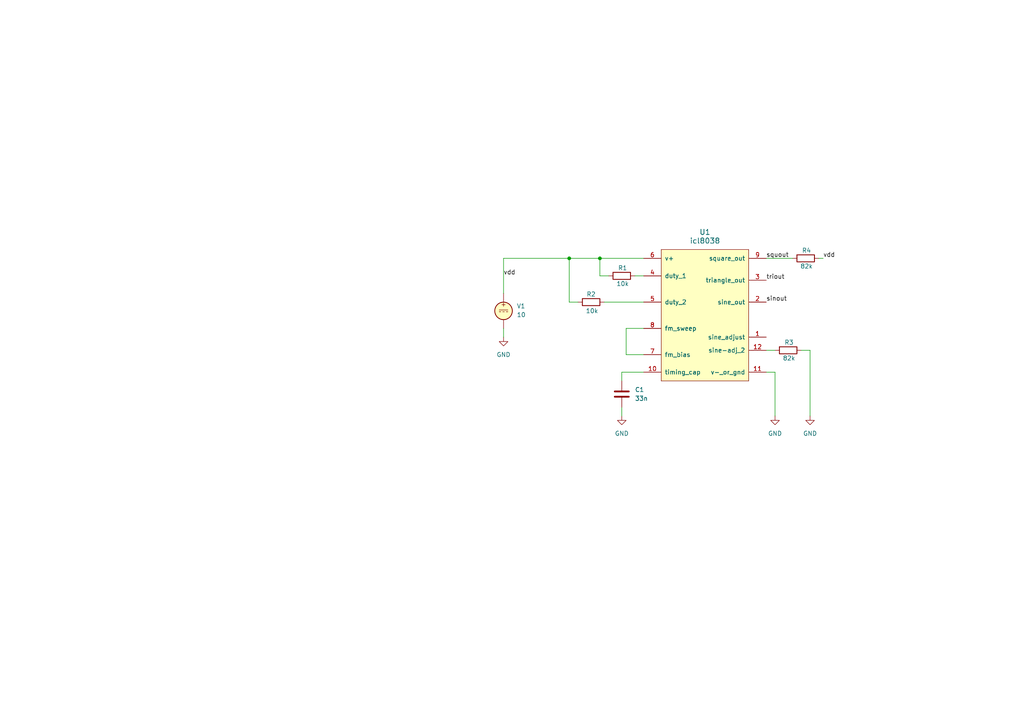
<source format=kicad_sch>
(kicad_sch (version 20231120) (generator "eeschema") (generator_version "8.0")
  (paper "A4")
  (lib_symbols
    (symbol "Device:C" (pin_numbers hide) (pin_names (offset 0.254))
      (property "Reference" "C" (at 0.635 2.54 0))
      (property "Value" "C" (at 0.635 -2.54 0))
      (symbol "C_0_1"
        (polyline (pts (xy -2.032 -0.762) (xy 2.032 -0.762)) (stroke (width 0.508)))
        (polyline (pts (xy -2.032 0.762) (xy 2.032 0.762)) (stroke (width 0.508)))
      )
      (symbol "C_1_1"
        (pin passive line (at 0 3.81 270) (length 2.794) (name "~") (number "1"))
        (pin passive line (at 0 -3.81 90) (length 2.794) (name "~") (number "2"))
      )
    )
    (symbol "Device:R" (pin_numbers hide) (pin_names (offset 0))
      (property "Reference" "R" (at 2.032 0 90))
      (property "Value" "R" (at 0 0 90))
      (symbol "R_0_1"
        (rectangle (start -1.016 -2.54) (end 1.016 2.54) (stroke (width 0.254)))
      )
      (symbol "R_1_1"
        (pin passive line (at 0 3.81 270) (length 1.27) (name "~") (number "1"))
        (pin passive line (at 0 -3.81 90) (length 1.27) (name "~") (number "2"))
      )
    )
    (symbol "Simulation_SPICE:VDC" (pin_numbers hide) (pin_names (offset 0.0254))
      (property "Reference" "V" (at 2.54 2.54 0))
      (property "Value" "1" (at 2.54 0 0))
      (symbol "VDC_0_0"
        (polyline (pts (xy -1.27 0.254) (xy 1.27 0.254)))
        (polyline (pts (xy -0.762 -0.254) (xy -1.27 -0.254)))
        (polyline (pts (xy 0.254 -0.254) (xy -0.254 -0.254)))
        (polyline (pts (xy 1.27 -0.254) (xy 0.762 -0.254)))
        (text "+" (at 0 1.905 0) (effects (font (size 1.27 1.27))))
      )
      (symbol "VDC_0_1"
        (circle (center 0 0) (radius 2.54) (stroke (width 0.254)) (fill (type background)))
      )
      (symbol "VDC_1_1"
        (pin passive line (at 0 5.08 270) (length 2.54) (name "~") (number "1"))
        (pin passive line (at 0 -5.08 90) (length 2.54) (name "~") (number "2"))
      )
    )
    (symbol "icl8038:icl8038" (pin_names (offset 1.016))
      (property "Reference" "U" (at 0 20.32 0))
      (property "Value" "icl8038" (at 0 -21.59 0))
      (symbol "icl8038_0_1"
        (rectangle (start 12.7 -20.32) (end -12.7 17.78) (fill (type background)))
      )
      (symbol "icl8038_1_1"
        (pin passive line (at 17.78 -7.62 180) (length 5.08) (name "sine_adjust") (number "1"))
        (pin passive line (at -17.78 -17.78 0) (length 5.08) (name "timing_cap") (number "10"))
        (pin power_in line (at 17.78 -17.78 180) (length 5.08) (name "v-_or_gnd") (number "11"))
        (pin passive line (at 17.78 -11.43 180) (length 5.08) (name "sine-adj_2") (number "12"))
        (pin no_connect line (at -1.27 -20.32 90) (length 5.08) hide (name "n/c") (number "13"))
        (pin no_connect line (at 1.27 -20.32 90) (length 5.08) hide (name "nc") (number "14"))
        (pin output line (at 17.78 2.54 180) (length 5.08) (name "sine_out") (number "2"))
        (pin output line (at 17.78 8.89 180) (length 5.08) (name "triangle_out") (number "3"))
        (pin passive line (at -17.78 10.16 0) (length 5.08) (name "duty_1") (number "4"))
        (pin passive line (at -17.78 2.54 0) (length 5.08) (name "duty_2") (number "5"))
        (pin power_in line (at -17.78 15.24 0) (length 5.08) (name "v+") (number "6"))
        (pin passive line (at -17.78 -12.7 0) (length 5.08) (name "fm_bias") (number "7"))
        (pin passive line (at -17.78 -5.08 0) (length 5.08) (name "fm_sweep") (number "8"))
        (pin output line (at 17.78 15.24 180) (length 5.08) (name "square_out") (number "9"))
      )
    )
    (symbol "power:GND" (power) (pin_names (offset 0))
      (property "Value" "GND" (at 0 -3.81 0))
      (symbol "GND_0_1"
        (polyline (pts (xy 0 0) (xy 0 -1.27) (xy 1.27 -1.27) (xy 0 -2.54) (xy -1.27 -1.27) (xy 0 -1.27)))
      )
      (symbol "GND_1_1"
        (pin power_in line (at 0 0 270) (length 0) hide (name "GND") (number "1"))
      )
    )
  )
  (junction (at 173.99 74.93))
  (junction (at 165.1 74.93))
  (wire (pts (xy 181.61 95.25) (xy 186.69 95.25)))
  (wire (pts (xy 234.95 101.6) (xy 234.95 120.65)))
  (wire (pts (xy 222.25 101.6) (xy 224.79 101.6)))
  (wire (pts (xy 180.34 118.11) (xy 180.34 120.65)))
  (wire (pts (xy 165.1 74.93) (xy 146.05 74.93)))
  (wire (pts (xy 175.26 87.63) (xy 186.69 87.63)))
  (wire (pts (xy 222.25 74.93) (xy 229.87 74.93)))
  (wire (pts (xy 186.69 74.93) (xy 173.99 74.93)))
  (wire (pts (xy 181.61 102.87) (xy 181.61 95.25)))
  (wire (pts (xy 237.49 74.93) (xy 238.76 74.93)))
  (wire (pts (xy 146.05 74.93) (xy 146.05 85.09)))
  (wire (pts (xy 180.34 110.49) (xy 180.34 107.95)))
  (wire (pts (xy 186.69 102.87) (xy 181.61 102.87)))
  (wire (pts (xy 146.05 95.25) (xy 146.05 97.79)))
  (wire (pts (xy 224.79 107.95) (xy 224.79 120.65)))
  (wire (pts (xy 232.41 101.6) (xy 234.95 101.6)))
  (wire (pts (xy 165.1 87.63) (xy 165.1 74.93)))
  (wire (pts (xy 184.15 80.01) (xy 186.69 80.01)))
  (wire (pts (xy 173.99 80.01) (xy 173.99 74.93)))
  (wire (pts (xy 167.64 87.63) (xy 165.1 87.63)))
  (wire (pts (xy 222.25 107.95) (xy 224.79 107.95)))
  (wire (pts (xy 173.99 74.93) (xy 165.1 74.93)))
  (wire (pts (xy 180.34 107.95) (xy 186.69 107.95)))
  (wire (pts (xy 176.53 80.01) (xy 173.99 80.01)))
  (label "squout" (at 222.25 74.93 0))
  (label "vdd" (at 238.76 74.93 0))
  (label "sinout" (at 222.25 87.63 0))
  (label "vdd" (at 146.05 80.01 0))
  (label "triout" (at 222.25 81.28 0))
  (symbol (lib_id "Device:R") (at 228.6 101.6 270) (unit 1)
    (property "Reference" "R3" (at 228.854 99.314 90))
    (property "Value" "82k" (at 228.854 103.886 90))
    (property "Description" "Resistor" (effects (hide yes)))
  )
  (symbol (lib_id "icl8038:icl8038") (at 204.47 90.17 0) (unit 1)
    (property "Reference" "U1" (at 204.47 67.31 0) (effects (font (size 1.524 1.524))))
    (property "Value" "icl8038" (at 204.47 69.85 0) (effects (font (size 1.524 1.524))))
    (property "Sim.Library" "ICL8038.lib" (effects (hide yes)))
    (property "Sim.Name" "ICL8038" (effects (hide yes)))
    (property "Sim.Device" "SUBCKT" (effects (hide yes)))
    (property "Sim.Pins" "1=Pin1 2=Pin2 3=Pin3 4=Pin4 5=Pin5 6=Pin6 7=Pin7 8=Pin8 9=Pin9 10=Pin10 11=Pin11 12=Pin12" (effects (hide yes)))
  )
  (symbol (lib_id "Device:R") (at 180.34 80.01 270) (unit 1)
    (property "Reference" "R1" (at 180.594 77.724 90))
    (property "Value" "10k" (at 180.594 82.296 90))
    (property "Description" "Resistor" (effects (hide yes)))
  )
  (symbol (lib_id "Device:R") (at 233.68 74.93 270) (unit 1)
    (property "Reference" "R4" (at 233.934 72.644 90))
    (property "Value" "82k" (at 233.934 77.216 90))
    (property "Description" "Resistor" (effects (hide yes)))
  )
  (symbol (lib_id "Device:C") (at 180.34 114.3 0) (unit 1)
    (property "Reference" "C1" (at 184.15 113.0299 0) (effects (justify left)))
    (property "Value" "33n" (at 184.15 115.5699 0) (effects (justify left)))
    (property "Description" "Unpolarized capacitor" (effects (hide yes)))
  )
  (symbol (lib_id "Device:R") (at 171.45 87.63 270) (unit 1)
    (property "Reference" "R2" (at 171.45 85.344 90))
    (property "Value" "10k" (at 171.704 90.17 90))
    (property "Description" "Resistor" (effects (hide yes)))
  )
  (symbol (lib_id "power:GND") (at 146.05 97.79 0) (unit 1)
    (property "Reference" "#PWR01" (effects (hide yes)))
    (property "Value" "GND" (at 146.05 102.87 0))
    (property "Description" "Power symbol creates a global label with name \"GND\" , ground" (effects (hide yes)))
  )
  (symbol (lib_id "Simulation_SPICE:VDC") (at 146.05 90.17 0) (unit 1)
    (property "Reference" "V1" (at 149.86 88.7701 0) (effects (justify left)))
    (property "Value" "10" (at 149.86 91.3101 0) (effects (justify left)))
    (property "Datasheet" "https://ngspice.sourceforge.io/docs/ngspice-html-manual/manual.xhtml#sec_Independent_Sources_for" (effects (hide yes)))
    (property "Description" "Voltage source, DC" (effects (hide yes)))
    (property "Sim.Pins" "1=+ 2=-" (effects (hide yes)))
    (property "Sim.Type" "DC" (effects (hide yes)))
    (property "Sim.Device" "V" (effects (hide yes)))
  )
  (symbol (lib_id "power:GND") (at 224.79 120.65 0) (unit 1)
    (property "Reference" "#PWR03" (effects (hide yes)))
    (property "Value" "GND" (at 224.79 125.73 0))
    (property "Description" "Power symbol creates a global label with name \"GND\" , ground" (effects (hide yes)))
  )
  (symbol (lib_id "power:GND") (at 234.95 120.65 0) (unit 1)
    (property "Reference" "#PWR04" (effects (hide yes)))
    (property "Value" "GND" (at 234.95 125.73 0))
    (property "Description" "Power symbol creates a global label with name \"GND\" , ground" (effects (hide yes)))
  )
  (symbol (lib_id "power:GND") (at 180.34 120.65 0) (unit 1)
    (property "Reference" "#PWR02" (effects (hide yes)))
    (property "Value" "GND" (at 180.34 125.73 0))
    (property "Description" "Power symbol creates a global label with name \"GND\" , ground" (effects (hide yes)))
  )
)
</source>
